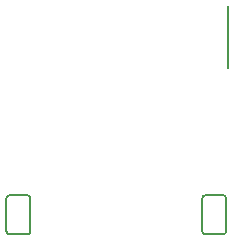
<source format=gbr>
G04 #@! TF.GenerationSoftware,KiCad,Pcbnew,(5.0.0)*
G04 #@! TF.CreationDate,2019-01-02T14:39:17-06:00*
G04 #@! TF.ProjectId,fk-sonar,666B2D736F6E61722E6B696361645F70,0.1*
G04 #@! TF.SameCoordinates,PX791ddc0PY791ddc0*
G04 #@! TF.FileFunction,Legend,Bot*
G04 #@! TF.FilePolarity,Positive*
%FSLAX46Y46*%
G04 Gerber Fmt 4.6, Leading zero omitted, Abs format (unit mm)*
G04 Created by KiCad (PCBNEW (5.0.0)) date 01/02/19 14:39:17*
%MOMM*%
%LPD*%
G01*
G04 APERTURE LIST*
%ADD10C,0.150000*%
%ADD11C,0.152400*%
G04 APERTURE END LIST*
D10*
G04 #@! TO.C,J3*
X29664500Y24568000D02*
X29664500Y26168000D01*
X29664500Y28188000D02*
X29664500Y29788000D01*
X29664500Y26178000D02*
X29664500Y28178000D01*
D11*
G04 #@! TO.C,J5*
X27495500Y13525500D02*
X27495500Y10731500D01*
X29273500Y13779500D02*
X27749500Y13779500D01*
X29273500Y10477500D02*
X27749500Y10477500D01*
X29273500Y10477500D02*
G75*
G03X29527500Y10731500I0J254000D01*
G01*
X29527500Y13525500D02*
G75*
G03X29273500Y13779500I-254000J0D01*
G01*
X27495500Y13525500D02*
G75*
G02X27749500Y13779500I254000J0D01*
G01*
X27749500Y10477500D02*
G75*
G02X27495500Y10731500I0J254000D01*
G01*
X29527500Y10731500D02*
X29527500Y13525500D01*
G04 #@! TO.C,J7*
X12954000Y10731500D02*
X12954000Y13525500D01*
X11176000Y10477500D02*
G75*
G02X10922000Y10731500I0J254000D01*
G01*
X10922000Y13525500D02*
G75*
G02X11176000Y13779500I254000J0D01*
G01*
X12954000Y13525500D02*
G75*
G03X12700000Y13779500I-254000J0D01*
G01*
X12700000Y10477500D02*
G75*
G03X12954000Y10731500I0J254000D01*
G01*
X12700000Y10477500D02*
X11176000Y10477500D01*
X12700000Y13779500D02*
X11176000Y13779500D01*
X10922000Y13525500D02*
X10922000Y10731500D01*
G04 #@! TD*
M02*

</source>
